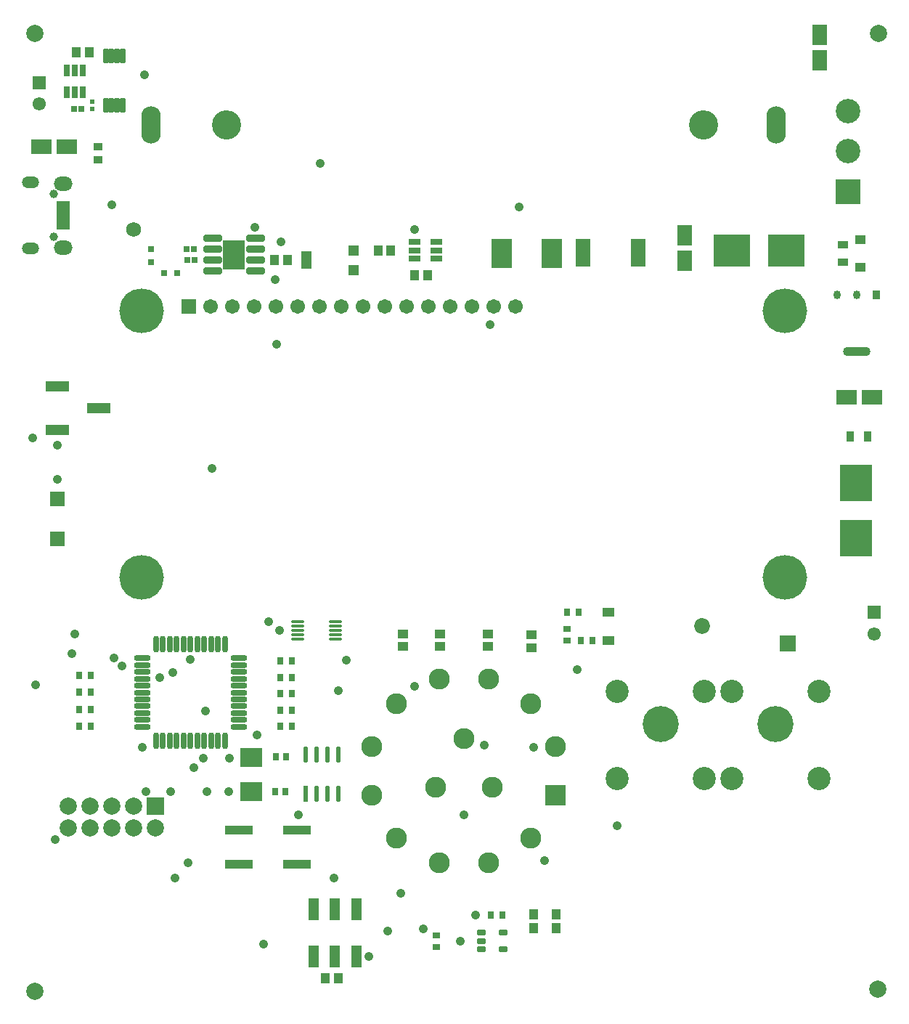
<source format=gts>
G04*
G04 #@! TF.GenerationSoftware,Altium Limited,Altium Designer,24.7.2 (38)*
G04*
G04 Layer_Color=8388736*
%FSLAX44Y44*%
%MOMM*%
G71*
G04*
G04 #@! TF.SameCoordinates,3EB35486-9304-4E7F-AAB6-153DF52DCD65*
G04*
G04*
G04 #@! TF.FilePolarity,Negative*
G04*
G01*
G75*
%ADD32R,0.6587X0.8121*%
%ADD33R,0.8121X0.6587*%
%ADD34R,3.2000X1.0000*%
G04:AMPARAMS|DCode=35|XSize=1.8741mm|YSize=0.5421mm|CornerRadius=0.2711mm|HoleSize=0mm|Usage=FLASHONLY|Rotation=90.000|XOffset=0mm|YOffset=0mm|HoleType=Round|Shape=RoundedRectangle|*
%AMROUNDEDRECTD35*
21,1,1.8741,0.0000,0,0,90.0*
21,1,1.3319,0.5421,0,0,90.0*
1,1,0.5421,0.0000,0.6660*
1,1,0.5421,0.0000,-0.6660*
1,1,0.5421,0.0000,-0.6660*
1,1,0.5421,0.0000,0.6660*
%
%ADD35ROUNDEDRECTD35*%
%ADD36R,0.5421X1.8741*%
%ADD37R,1.2000X2.5000*%
%ADD40R,1.0121X1.2578*%
%ADD44R,2.7900X1.1900*%
%ADD46R,1.2062X0.9562*%
%ADD47R,0.9562X1.2062*%
%ADD48R,2.4130X3.4290*%
%ADD50R,0.5200X0.5200*%
%ADD51R,0.8000X0.8000*%
%ADD53R,0.7500X0.9000*%
%ADD55R,3.8100X4.2400*%
G04:AMPARAMS|DCode=56|XSize=1.45mm|YSize=0.3mm|CornerRadius=0.0495mm|HoleSize=0mm|Usage=FLASHONLY|Rotation=180.000|XOffset=0mm|YOffset=0mm|HoleType=Round|Shape=RoundedRectangle|*
%AMROUNDEDRECTD56*
21,1,1.4500,0.2010,0,0,180.0*
21,1,1.3510,0.3000,0,0,180.0*
1,1,0.0990,-0.6755,0.1005*
1,1,0.0990,0.6755,0.1005*
1,1,0.0990,0.6755,-0.1005*
1,1,0.0990,-0.6755,-0.1005*
%
%ADD56ROUNDEDRECTD56*%
G04:AMPARAMS|DCode=57|XSize=1.0043mm|YSize=3.1821mm|CornerRadius=0.4369mm|HoleSize=0mm|Usage=FLASHONLY|Rotation=270.000|XOffset=0mm|YOffset=0mm|HoleType=Round|Shape=RoundedRectangle|*
%AMROUNDEDRECTD57*
21,1,1.0043,2.3084,0,0,270.0*
21,1,0.1306,3.1821,0,0,270.0*
1,1,0.8737,-1.1542,-0.0653*
1,1,0.8737,-1.1542,0.0653*
1,1,0.8737,1.1542,0.0653*
1,1,0.8737,1.1542,-0.0653*
%
%ADD57ROUNDEDRECTD57*%
G04:AMPARAMS|DCode=58|XSize=1.0043mm|YSize=0.8721mm|CornerRadius=0.4361mm|HoleSize=0mm|Usage=FLASHONLY|Rotation=270.000|XOffset=0mm|YOffset=0mm|HoleType=Round|Shape=RoundedRectangle|*
%AMROUNDEDRECTD58*
21,1,1.0043,0.0000,0,0,270.0*
21,1,0.1322,0.8721,0,0,270.0*
1,1,0.8721,0.0000,-0.0661*
1,1,0.8721,0.0000,0.0661*
1,1,0.8721,0.0000,0.0661*
1,1,0.8721,0.0000,-0.0661*
%
%ADD58ROUNDEDRECTD58*%
%ADD59R,0.8721X1.0043*%
%ADD60R,4.2400X3.8100*%
%ADD61R,1.3000X1.3000*%
%ADD62R,1.3000X2.0000*%
%ADD63R,0.8000X0.8000*%
%ADD64R,1.7200X3.2000*%
%ADD65R,1.7272X1.7272*%
%ADD66R,1.7272X1.7272*%
G04:AMPARAMS|DCode=67|XSize=2.1732mm|YSize=0.8032mm|CornerRadius=0.1766mm|HoleSize=0mm|Usage=FLASHONLY|Rotation=180.000|XOffset=0mm|YOffset=0mm|HoleType=Round|Shape=RoundedRectangle|*
%AMROUNDEDRECTD67*
21,1,2.1732,0.4500,0,0,180.0*
21,1,1.8200,0.8032,0,0,180.0*
1,1,0.3532,-0.9100,0.2250*
1,1,0.3532,0.9100,0.2250*
1,1,0.3532,0.9100,-0.2250*
1,1,0.3532,-0.9100,-0.2250*
%
%ADD67ROUNDEDRECTD67*%
%ADD68R,2.6162X3.5052*%
G04:AMPARAMS|DCode=69|XSize=1.7632mm|YSize=0.6032mm|CornerRadius=0.1516mm|HoleSize=0mm|Usage=FLASHONLY|Rotation=90.000|XOffset=0mm|YOffset=0mm|HoleType=Round|Shape=RoundedRectangle|*
%AMROUNDEDRECTD69*
21,1,1.7632,0.3000,0,0,90.0*
21,1,1.4600,0.6032,0,0,90.0*
1,1,0.3032,0.1500,0.7300*
1,1,0.3032,0.1500,-0.7300*
1,1,0.3032,-0.1500,-0.7300*
1,1,0.3032,-0.1500,0.7300*
%
%ADD69ROUNDEDRECTD69*%
%ADD70R,1.4132X0.7932*%
%ADD71R,0.7932X1.4132*%
%ADD72R,2.4032X1.8032*%
%ADD73R,1.8032X2.4032*%
%ADD74R,1.5032X0.6532*%
%ADD75R,1.4232X1.1132*%
%ADD76R,1.0032X1.2032*%
%ADD77R,1.2032X1.0032*%
%ADD78R,2.6032X2.2032*%
%ADD79O,1.9532X0.7532*%
%ADD80O,0.7532X1.9532*%
%ADD81R,1.1532X1.1032*%
%ADD82R,0.8032X0.7532*%
%ADD83R,1.1032X0.9032*%
G04:AMPARAMS|DCode=84|XSize=0.7532mm|YSize=1.0032mm|CornerRadius=0.1511mm|HoleSize=0mm|Usage=FLASHONLY|Rotation=90.000|XOffset=0mm|YOffset=0mm|HoleType=Round|Shape=RoundedRectangle|*
%AMROUNDEDRECTD84*
21,1,0.7532,0.7010,0,0,90.0*
21,1,0.4510,1.0032,0,0,90.0*
1,1,0.3022,0.3505,0.2255*
1,1,0.3022,0.3505,-0.2255*
1,1,0.3022,-0.3505,-0.2255*
1,1,0.3022,-0.3505,0.2255*
%
%ADD84ROUNDEDRECTD84*%
%ADD85C,2.7032*%
%ADD86C,4.2032*%
%ADD87C,2.4532*%
%ADD88R,2.4532X2.4532*%
%ADD89C,5.2032*%
%ADD90C,1.7112*%
%ADD91R,1.7112X1.7112*%
%ADD92O,2.2732X4.3432*%
%ADD93C,3.4032*%
%ADD94O,2.2032X1.6532*%
%ADD95O,2.0032X1.3532*%
%ADD96C,1.0032*%
%ADD97R,2.0032X2.0032*%
%ADD98C,2.0032*%
%ADD99C,1.7272*%
%ADD100C,1.8500*%
%ADD101R,1.8500X1.8500*%
%ADD102R,1.5500X1.5500*%
%ADD103C,1.5500*%
%ADD104C,2.8542*%
%ADD105R,2.8542X2.8542*%
%ADD106C,1.0414*%
D32*
X664627Y471850D02*
D03*
X651093D02*
D03*
X681137Y438830D02*
D03*
X667603D02*
D03*
X330617Y396240D02*
D03*
X317083D02*
D03*
X562610Y119380D02*
D03*
X576144D02*
D03*
X330617Y415290D02*
D03*
X317083D02*
D03*
Y358140D02*
D03*
X330617D02*
D03*
X317083Y377190D02*
D03*
X330617D02*
D03*
X317083Y339090D02*
D03*
X330617D02*
D03*
X96084D02*
D03*
X82550D02*
D03*
X96084Y378883D02*
D03*
X82550D02*
D03*
X96084Y358987D02*
D03*
X82550D02*
D03*
X96084Y398780D02*
D03*
X82550D02*
D03*
D33*
X651510Y439003D02*
D03*
Y452537D02*
D03*
X499110Y82133D02*
D03*
Y95667D02*
D03*
D34*
X336260Y178120D02*
D03*
X268260D02*
D03*
X336260Y218120D02*
D03*
X268260D02*
D03*
D35*
X346710Y306371D02*
D03*
X359410D02*
D03*
X372110D02*
D03*
X384810D02*
D03*
Y260049D02*
D03*
X372110D02*
D03*
X359410D02*
D03*
D36*
X346710D02*
D03*
D37*
X380425Y125752D02*
D03*
Y70752D02*
D03*
X355425D02*
D03*
Y125752D02*
D03*
X405425D02*
D03*
Y70752D02*
D03*
D40*
X638810Y103988D02*
D03*
Y119532D02*
D03*
X612140Y103988D02*
D03*
Y119532D02*
D03*
D44*
X105430Y709930D02*
D03*
X57130Y684530D02*
D03*
Y735330D02*
D03*
D46*
X972820Y879855D02*
D03*
Y900355D02*
D03*
D47*
X1002120Y676910D02*
D03*
X981620D02*
D03*
D48*
X633730Y890270D02*
D03*
X575310D02*
D03*
D50*
X97790Y1066990D02*
D03*
Y1058990D02*
D03*
D51*
X166370Y895350D02*
D03*
Y880350D02*
D03*
D53*
X311500Y303530D02*
D03*
X323500D02*
D03*
X311150Y262890D02*
D03*
X323150D02*
D03*
D55*
X988060Y622400D02*
D03*
Y558700D02*
D03*
D56*
X337410Y440850D02*
D03*
Y445850D02*
D03*
Y450850D02*
D03*
Y455850D02*
D03*
Y460850D02*
D03*
X381410D02*
D03*
Y455850D02*
D03*
Y450850D02*
D03*
Y445850D02*
D03*
Y440850D02*
D03*
D57*
X989330Y776110D02*
D03*
D58*
X966430Y842010D02*
D03*
X989330D02*
D03*
D59*
X1012230D02*
D03*
D60*
X906780Y894080D02*
D03*
X843080D02*
D03*
D61*
X402150Y871150D02*
D03*
Y894150D02*
D03*
D62*
X347150Y882650D02*
D03*
D63*
X196730Y867410D02*
D03*
X181730D02*
D03*
D64*
X734360Y891540D02*
D03*
X670260D02*
D03*
D65*
X57150Y604520D02*
D03*
D66*
Y557530D02*
D03*
D67*
X287640Y869950D02*
D03*
Y882650D02*
D03*
Y895350D02*
D03*
Y908050D02*
D03*
X238140D02*
D03*
Y895350D02*
D03*
Y882650D02*
D03*
Y869950D02*
D03*
D68*
X262890Y889000D02*
D03*
D69*
X113440Y1121000D02*
D03*
X119940D02*
D03*
X126440D02*
D03*
X132940D02*
D03*
Y1063400D02*
D03*
X126440D02*
D03*
X119940D02*
D03*
X113440D02*
D03*
D70*
X498960Y894080D02*
D03*
Y903580D02*
D03*
Y884580D02*
D03*
X473860D02*
D03*
Y894080D02*
D03*
Y903580D02*
D03*
D71*
X86970Y1103480D02*
D03*
X77470D02*
D03*
X67970D02*
D03*
Y1078380D02*
D03*
X86970D02*
D03*
X77470D02*
D03*
D72*
X1006870Y722630D02*
D03*
X976870D02*
D03*
X38340Y1014730D02*
D03*
X68340D02*
D03*
D73*
X788670Y881620D02*
D03*
Y911620D02*
D03*
X946150Y1115300D02*
D03*
Y1145300D02*
D03*
D74*
X63290Y928220D02*
D03*
Y934720D02*
D03*
Y941220D02*
D03*
Y921720D02*
D03*
Y947720D02*
D03*
D75*
X699770Y471690D02*
D03*
Y438990D02*
D03*
D76*
X369690Y45720D02*
D03*
X384690D02*
D03*
X78860Y1125220D02*
D03*
X93860D02*
D03*
X310000Y882650D02*
D03*
X325000D02*
D03*
X488830Y864870D02*
D03*
X473830D02*
D03*
X445770Y894080D02*
D03*
X430770D02*
D03*
D77*
X459740Y431920D02*
D03*
Y446920D02*
D03*
X502920Y431920D02*
D03*
Y446920D02*
D03*
X558800Y432040D02*
D03*
Y447040D02*
D03*
X609600Y430530D02*
D03*
Y445530D02*
D03*
D78*
X283210Y302890D02*
D03*
Y262890D02*
D03*
D79*
X155590Y338460D02*
D03*
X155590Y346460D02*
D03*
X155590Y354460D02*
D03*
X155590Y362460D02*
D03*
X155590Y370460D02*
D03*
X155590Y378460D02*
D03*
X155590Y386460D02*
D03*
X155590Y394460D02*
D03*
X155590Y402460D02*
D03*
X155590Y410460D02*
D03*
Y418460D02*
D03*
X268590Y418460D02*
D03*
X268590Y410460D02*
D03*
X268590Y402460D02*
D03*
X268590Y394460D02*
D03*
X268590Y386460D02*
D03*
X268590Y378460D02*
D03*
X268590Y370460D02*
D03*
X268590Y362460D02*
D03*
X268590Y354460D02*
D03*
X268590Y346460D02*
D03*
X268590Y338460D02*
D03*
D80*
X172090Y434960D02*
D03*
X180090D02*
D03*
X188090Y434960D02*
D03*
X196090Y434960D02*
D03*
X204090Y434960D02*
D03*
X212090Y434960D02*
D03*
X220090Y434960D02*
D03*
X228090Y434960D02*
D03*
X236090Y434960D02*
D03*
X244090Y434960D02*
D03*
X252090Y434960D02*
D03*
Y321960D02*
D03*
X244090Y321960D02*
D03*
X236090Y321960D02*
D03*
X228090Y321960D02*
D03*
X220090Y321960D02*
D03*
X212090Y321960D02*
D03*
X204090Y321960D02*
D03*
X196090Y321960D02*
D03*
X188090Y321960D02*
D03*
X180090Y321960D02*
D03*
X172090Y321960D02*
D03*
D81*
X993140Y874520D02*
D03*
Y906020D02*
D03*
D82*
X84700Y1059180D02*
D03*
X76200D02*
D03*
X216780Y882650D02*
D03*
X208280D02*
D03*
X215900Y895350D02*
D03*
X207400D02*
D03*
D83*
X104140Y1014730D02*
D03*
Y999730D02*
D03*
D84*
X551130Y98400D02*
D03*
Y88900D02*
D03*
Y79400D02*
D03*
X576630D02*
D03*
Y98400D02*
D03*
D85*
X944880Y278030D02*
D03*
X843280D02*
D03*
X944880Y379630D02*
D03*
X843280D02*
D03*
X709930D02*
D03*
X811530D02*
D03*
X709930Y278030D02*
D03*
X811530D02*
D03*
D86*
X894080Y341630D02*
D03*
X760730D02*
D03*
D87*
X530860Y325120D02*
D03*
X497840Y267970D02*
D03*
X563880D02*
D03*
X638060Y315720D02*
D03*
X609360Y365520D02*
D03*
X559560Y394220D02*
D03*
X502160D02*
D03*
X452360Y365520D02*
D03*
X423660Y315720D02*
D03*
Y258320D02*
D03*
X452360Y208520D02*
D03*
X502160Y179820D02*
D03*
X559560D02*
D03*
X609360Y208520D02*
D03*
D88*
X638060Y258320D02*
D03*
D89*
X905351Y513138D02*
D03*
X155351D02*
D03*
X905351Y823138D02*
D03*
X155351D02*
D03*
D90*
X591351Y828139D02*
D03*
X565951D02*
D03*
X540551D02*
D03*
X515151D02*
D03*
X489751D02*
D03*
X464351D02*
D03*
X438951D02*
D03*
X413551D02*
D03*
X388151D02*
D03*
X362751D02*
D03*
X337351D02*
D03*
X311951D02*
D03*
X286551D02*
D03*
X261151D02*
D03*
X235751D02*
D03*
D91*
X210351D02*
D03*
D92*
X895130Y1040130D02*
D03*
X166130D02*
D03*
D93*
X810180D02*
D03*
X254030D02*
D03*
D94*
X63290Y971970D02*
D03*
Y897470D02*
D03*
D95*
X25290Y973470D02*
D03*
Y895970D02*
D03*
D96*
X52790Y909720D02*
D03*
Y959720D02*
D03*
D97*
X171450Y246380D02*
D03*
D98*
Y220980D02*
D03*
X146050Y246380D02*
D03*
Y220980D02*
D03*
X120650Y246380D02*
D03*
Y220980D02*
D03*
X95250Y246380D02*
D03*
Y220980D02*
D03*
X69850Y246380D02*
D03*
Y220980D02*
D03*
X1013460Y33020D02*
D03*
X30480Y30480D02*
D03*
Y1146810D02*
D03*
X1014730D02*
D03*
D99*
X146050Y918210D02*
D03*
D100*
X808520Y455770D02*
D03*
D101*
X908520Y435770D02*
D03*
D102*
X35730Y1089460D02*
D03*
X1009650Y472040D02*
D03*
D103*
X35730Y1064460D02*
D03*
X1009650Y447040D02*
D03*
D104*
X979170Y1056640D02*
D03*
Y1009650D02*
D03*
D105*
Y962660D02*
D03*
D106*
X57150Y627380D02*
D03*
Y666750D02*
D03*
X662940Y405130D02*
D03*
X132080Y409621D02*
D03*
X123190Y419100D02*
D03*
X176530Y396113D02*
D03*
X191236Y402056D02*
D03*
X289560Y329057D02*
D03*
X312420Y784860D02*
D03*
X561340Y807720D02*
D03*
X229870Y356870D02*
D03*
X212090Y416687D02*
D03*
X31750Y387018D02*
D03*
X441960Y100330D02*
D03*
X457200Y144780D02*
D03*
X483870Y102870D02*
D03*
X337820Y236220D02*
D03*
X544830Y119380D02*
D03*
X77470Y447040D02*
D03*
X54610Y207010D02*
D03*
X73660Y424180D02*
D03*
X27940Y675640D02*
D03*
X363220Y995680D02*
D03*
X530860Y236220D02*
D03*
X709930Y223520D02*
D03*
X379730Y162560D02*
D03*
X297180Y85090D02*
D03*
X554990Y317500D02*
D03*
X420370Y71120D02*
D03*
X527050Y88900D02*
D03*
X393700Y416560D02*
D03*
X384810Y381000D02*
D03*
X237490Y640080D02*
D03*
X316230Y450850D02*
D03*
X303530Y461010D02*
D03*
X473710Y386080D02*
D03*
X612140Y314960D02*
D03*
X624840Y182880D02*
D03*
X194310Y162560D02*
D03*
X189230Y262890D02*
D03*
X256540D02*
D03*
X257810Y302260D02*
D03*
X215900Y290830D02*
D03*
X227073Y302260D02*
D03*
X231140Y262890D02*
D03*
X209550Y180340D02*
D03*
X160020Y262890D02*
D03*
X156210Y314960D02*
D03*
X158750Y1098550D02*
D03*
X595630Y944880D02*
D03*
X473710Y918210D02*
D03*
X317500Y904240D02*
D03*
X311150Y859790D02*
D03*
X287020Y920750D02*
D03*
X120650Y947420D02*
D03*
M02*

</source>
